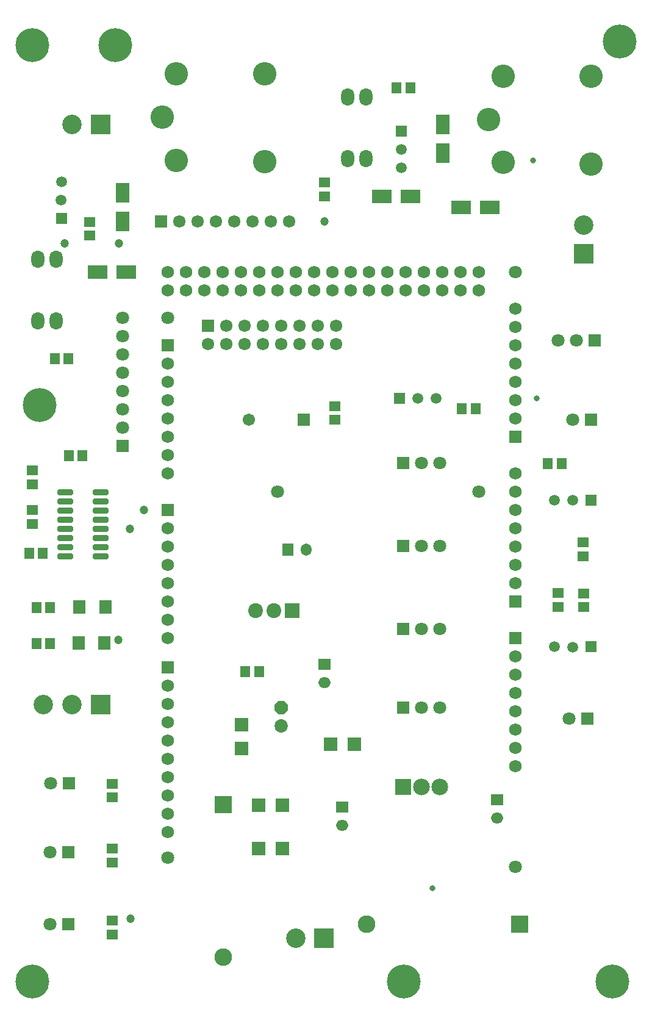
<source format=gts>
G04*
G04 #@! TF.GenerationSoftware,Altium Limited,Altium Designer,21.3.2 (30)*
G04*
G04 Layer_Color=8388736*
%FSTAX24Y24*%
%MOIN*%
G70*
G04*
G04 #@! TF.SameCoordinates,1A830F01-20DA-4C5A-9A70-DFAE4FF976D2*
G04*
G04*
G04 #@! TF.FilePolarity,Negative*
G04*
G01*
G75*
%ADD26R,0.1064X0.0749*%
%ADD27R,0.0749X0.1064*%
%ADD28R,0.0552X0.0631*%
%ADD29R,0.0631X0.0552*%
%ADD30O,0.0710X0.0966*%
%ADD31R,0.0680X0.0730*%
%ADD32R,0.0749X0.0749*%
%ADD33R,0.0749X0.0749*%
G04:AMPARAMS|DCode=34|XSize=85.6mil|YSize=31.2mil|CornerRadius=6.9mil|HoleSize=0mil|Usage=FLASHONLY|Rotation=0.000|XOffset=0mil|YOffset=0mil|HoleType=Round|Shape=RoundedRectangle|*
%AMROUNDEDRECTD34*
21,1,0.0856,0.0174,0,0,0.0*
21,1,0.0718,0.0312,0,0,0.0*
1,1,0.0138,0.0359,-0.0087*
1,1,0.0138,-0.0359,-0.0087*
1,1,0.0138,-0.0359,0.0087*
1,1,0.0138,0.0359,0.0087*
%
%ADD34ROUNDEDRECTD34*%
%ADD35C,0.1064*%
%ADD36R,0.1064X0.1064*%
%ADD37R,0.0710X0.0710*%
%ADD38C,0.0710*%
%ADD39C,0.1852*%
%ADD40R,0.0591X0.0591*%
%ADD41C,0.0591*%
%ADD42C,0.0680*%
%ADD43R,0.0680X0.0680*%
%ADD44R,0.1064X0.1064*%
%ADD45C,0.0678*%
%ADD46R,0.0678X0.0678*%
%ADD47R,0.0591X0.0591*%
%ADD48C,0.1280*%
%ADD49R,0.0966X0.0966*%
%ADD50C,0.0966*%
%ADD51R,0.0966X0.0966*%
%ADD52R,0.0710X0.0710*%
%ADD53C,0.0907*%
%ADD54R,0.0907X0.0907*%
%ADD55R,0.0812X0.0812*%
%ADD56C,0.0812*%
%ADD57O,0.0671X0.0592*%
%ADD58R,0.0671X0.0592*%
%ADD59O,0.0592X0.0671*%
%ADD60R,0.0592X0.0671*%
%ADD61C,0.0730*%
%ADD62P,0.0790X8X292.5*%
%ADD63R,0.0671X0.0671*%
%ADD64C,0.0671*%
%ADD65C,0.0474*%
%ADD66C,0.0316*%
D26*
X040157Y070472D02*
D03*
X041732D02*
D03*
X044488Y069882D02*
D03*
X046063D02*
D03*
X024606Y066339D02*
D03*
X026181D02*
D03*
D27*
X043504Y072835D02*
D03*
Y074409D02*
D03*
X025984Y070669D02*
D03*
Y069094D02*
D03*
D28*
X023031Y061614D02*
D03*
X022283D02*
D03*
X021281Y046039D02*
D03*
X022029D02*
D03*
X021281Y048008D02*
D03*
X022029D02*
D03*
X049234Y055882D02*
D03*
X049982D02*
D03*
X023049Y056301D02*
D03*
X023797D02*
D03*
X021636Y050983D02*
D03*
X020888D02*
D03*
X041711Y076402D02*
D03*
X040963D02*
D03*
X033443Y044512D02*
D03*
X032695D02*
D03*
X045276Y058858D02*
D03*
X044528D02*
D03*
D29*
X024189Y068325D02*
D03*
Y069073D02*
D03*
X049779Y048797D02*
D03*
Y048049D02*
D03*
X051157Y051553D02*
D03*
Y050805D02*
D03*
X051181Y048032D02*
D03*
Y04878D02*
D03*
X037008Y07122D02*
D03*
Y070472D02*
D03*
X025418Y03014D02*
D03*
Y030888D02*
D03*
Y034077D02*
D03*
Y034825D02*
D03*
Y03762D02*
D03*
Y038368D02*
D03*
X037598Y059016D02*
D03*
Y058268D02*
D03*
X021062Y054742D02*
D03*
Y05549D02*
D03*
Y052577D02*
D03*
Y053325D02*
D03*
D30*
X02135Y063681D02*
D03*
X02235D02*
D03*
Y067028D02*
D03*
X02135D02*
D03*
X03828Y075886D02*
D03*
X03928D02*
D03*
Y072539D02*
D03*
X03828D02*
D03*
D31*
X025Y046063D02*
D03*
X02358D02*
D03*
X025042Y048032D02*
D03*
X023622D02*
D03*
D32*
X03248Y040295D02*
D03*
Y041595D02*
D03*
D33*
X034705Y037205D02*
D03*
X033406D02*
D03*
X037343Y040551D02*
D03*
X038642D02*
D03*
X033405Y034843D02*
D03*
X034705D02*
D03*
D34*
X022845Y054309D02*
D03*
Y053809D02*
D03*
Y053309D02*
D03*
Y052809D02*
D03*
Y052309D02*
D03*
Y051809D02*
D03*
Y051309D02*
D03*
Y050809D02*
D03*
X024793D02*
D03*
Y051309D02*
D03*
Y051809D02*
D03*
Y052309D02*
D03*
Y052809D02*
D03*
Y053309D02*
D03*
Y053809D02*
D03*
Y054309D02*
D03*
D35*
X023228Y042717D02*
D03*
X021669D02*
D03*
X051181Y06889D02*
D03*
X035441Y029921D02*
D03*
X023236Y074409D02*
D03*
D36*
X024787Y042717D02*
D03*
X037Y029921D02*
D03*
X024795Y074409D02*
D03*
D37*
X051591Y058268D02*
D03*
X051787Y062598D02*
D03*
X041307Y04685D02*
D03*
Y051378D02*
D03*
Y055906D02*
D03*
Y04252D02*
D03*
X051394Y041929D02*
D03*
X023031Y030709D02*
D03*
Y034646D02*
D03*
X023047Y038386D02*
D03*
D38*
X050591Y058268D02*
D03*
X050787Y062598D02*
D03*
X049787D02*
D03*
X034449Y054331D02*
D03*
X028449Y034331D02*
D03*
X047449Y033831D02*
D03*
X045449Y054331D02*
D03*
X047449Y066331D02*
D03*
X028449Y063831D02*
D03*
X042307Y04685D02*
D03*
X043307D02*
D03*
X042307Y051378D02*
D03*
X043307D02*
D03*
X042307Y055906D02*
D03*
X043307D02*
D03*
X025984Y063827D02*
D03*
Y062827D02*
D03*
Y061827D02*
D03*
Y060827D02*
D03*
Y059827D02*
D03*
Y058827D02*
D03*
Y057827D02*
D03*
X043307Y04252D02*
D03*
X042307D02*
D03*
X050394Y041929D02*
D03*
X022032Y030709D02*
D03*
Y034646D02*
D03*
X022047Y038386D02*
D03*
D39*
X021457Y059055D02*
D03*
X025591Y07874D02*
D03*
X021063D02*
D03*
X05315Y078937D02*
D03*
X041339Y027559D02*
D03*
X052756D02*
D03*
X021063D02*
D03*
D40*
X051591Y05387D02*
D03*
X051575Y045866D02*
D03*
X041126Y059432D02*
D03*
D41*
X050591Y053853D02*
D03*
X049591Y05387D02*
D03*
X022655Y071276D02*
D03*
X022638Y070276D02*
D03*
X050575Y045849D02*
D03*
X049575Y045866D02*
D03*
X042126Y059449D02*
D03*
X043126Y059432D02*
D03*
X041226Y073032D02*
D03*
X041209Y072031D02*
D03*
D42*
X028449Y035731D02*
D03*
X028449Y046331D02*
D03*
Y055331D02*
D03*
Y066331D02*
D03*
X029449D02*
D03*
X030449D02*
D03*
X031449D02*
D03*
X032449D02*
D03*
X033449D02*
D03*
X034449D02*
D03*
X035449D02*
D03*
X036449D02*
D03*
X037449D02*
D03*
X038449D02*
D03*
X039449D02*
D03*
X040449D02*
D03*
X041449D02*
D03*
X042449D02*
D03*
X043449D02*
D03*
X044449D02*
D03*
X045449D02*
D03*
X028449Y065331D02*
D03*
X029449D02*
D03*
X030449D02*
D03*
X031449D02*
D03*
X032449D02*
D03*
X033449D02*
D03*
X034449D02*
D03*
X035449D02*
D03*
X036449D02*
D03*
X037449D02*
D03*
X038449D02*
D03*
X039449D02*
D03*
X040449D02*
D03*
X041449D02*
D03*
X042449D02*
D03*
X043449D02*
D03*
X044449D02*
D03*
X045449D02*
D03*
X047449Y050331D02*
D03*
Y049331D02*
D03*
Y052331D02*
D03*
Y051331D02*
D03*
Y045331D02*
D03*
Y044331D02*
D03*
Y043331D02*
D03*
Y042331D02*
D03*
Y041331D02*
D03*
Y039331D02*
D03*
Y040331D02*
D03*
Y054331D02*
D03*
Y055331D02*
D03*
Y058331D02*
D03*
Y059331D02*
D03*
Y060331D02*
D03*
Y061331D02*
D03*
Y062331D02*
D03*
Y063331D02*
D03*
Y064331D02*
D03*
Y053331D02*
D03*
X028449Y061331D02*
D03*
Y060331D02*
D03*
Y059331D02*
D03*
Y058331D02*
D03*
Y057331D02*
D03*
Y056331D02*
D03*
Y052331D02*
D03*
Y051331D02*
D03*
Y050331D02*
D03*
Y049331D02*
D03*
Y048331D02*
D03*
Y047331D02*
D03*
X028449Y043731D02*
D03*
Y042731D02*
D03*
Y041731D02*
D03*
Y040731D02*
D03*
Y039731D02*
D03*
Y038731D02*
D03*
Y037731D02*
D03*
Y036731D02*
D03*
D43*
X047449Y048331D02*
D03*
Y046331D02*
D03*
Y057331D02*
D03*
X028449Y062331D02*
D03*
Y053331D02*
D03*
X028449Y044731D02*
D03*
D44*
X051181Y067331D02*
D03*
D45*
X035102Y069094D02*
D03*
X034102D02*
D03*
X033102D02*
D03*
X032102D02*
D03*
X031102D02*
D03*
X030102D02*
D03*
X029102D02*
D03*
X030661Y062402D02*
D03*
X031661D02*
D03*
X032661D02*
D03*
X033661D02*
D03*
X034661D02*
D03*
X035661D02*
D03*
X036661D02*
D03*
X037661D02*
D03*
Y063402D02*
D03*
X036661D02*
D03*
X035661D02*
D03*
X034661D02*
D03*
X033661D02*
D03*
X032661D02*
D03*
X031661D02*
D03*
D46*
X028102Y069094D02*
D03*
X030661Y063402D02*
D03*
D47*
X022655Y069276D02*
D03*
X041209Y074032D02*
D03*
D48*
X028937Y072441D02*
D03*
Y077165D02*
D03*
X03374Y072365D02*
D03*
Y077165D02*
D03*
X02815Y074803D02*
D03*
X045984Y074682D02*
D03*
X051575Y077044D02*
D03*
Y072244D02*
D03*
X046772Y077044D02*
D03*
Y07232D02*
D03*
D49*
X031496Y037244D02*
D03*
D50*
Y028898D02*
D03*
X039331Y030709D02*
D03*
D51*
X047677D02*
D03*
D52*
X025984Y056827D02*
D03*
D53*
X043323Y038189D02*
D03*
X042323D02*
D03*
D54*
X041323D02*
D03*
D55*
X035252Y047835D02*
D03*
D56*
X034252D02*
D03*
X033252D02*
D03*
D57*
X046457Y036508D02*
D03*
X037992Y036114D02*
D03*
X037008Y043898D02*
D03*
D58*
X046457Y037508D02*
D03*
X037992Y037114D02*
D03*
X037008Y044898D02*
D03*
D59*
X036024Y051181D02*
D03*
D60*
X035024D02*
D03*
D61*
X034646Y04152D02*
D03*
D62*
Y04252D02*
D03*
D63*
X035874Y058273D02*
D03*
D64*
X032874Y058268D02*
D03*
D65*
X022835Y067913D02*
D03*
X025787D02*
D03*
X037008Y069094D02*
D03*
X02642Y03099D02*
D03*
X025771Y046243D02*
D03*
X026378Y052309D02*
D03*
X027165Y053346D02*
D03*
D66*
X042913Y032677D02*
D03*
X048622Y059449D02*
D03*
X048425Y072441D02*
D03*
M02*

</source>
